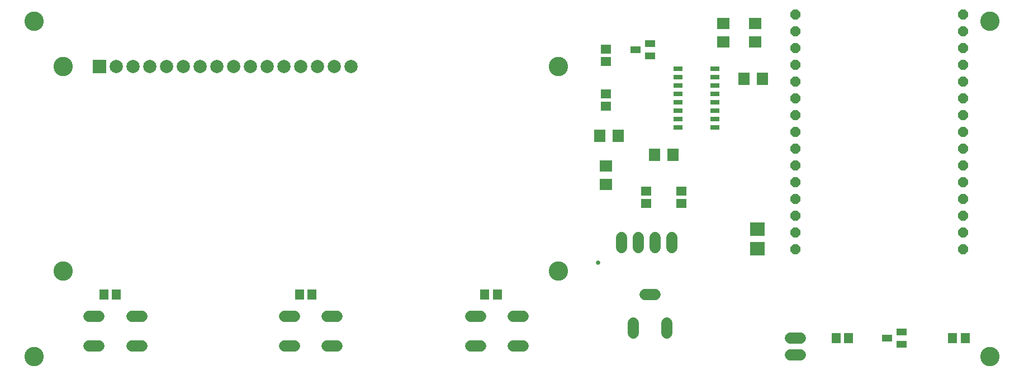
<source format=gbr>
G04 EAGLE Gerber RS-274X export*
G75*
%MOMM*%
%FSLAX34Y34*%
%LPD*%
%INSoldermask Top*%
%IPPOS*%
%AMOC8*
5,1,8,0,0,1.08239X$1,22.5*%
G01*
%ADD10C,2.927000*%
%ADD11R,2.327000X2.127000*%
%ADD12R,1.927000X1.727000*%
%ADD13R,1.727000X1.927000*%
%ADD14C,1.651000*%
%ADD15R,2.006600X2.006600*%
%ADD16C,2.006600*%
%ADD17R,1.527000X1.127000*%
%ADD18R,1.427000X1.627000*%
%ADD19R,1.627000X1.427000*%
%ADD20P,1.677055X8X22.500000*%
%ADD21R,1.327000X0.727000*%
%ADD22C,0.652000*%


D10*
X25400Y533400D03*
X25400Y25400D03*
X1473200Y25400D03*
X1473200Y533400D03*
D11*
X1121410Y188200D03*
X1121410Y218200D03*
D12*
X1069340Y529620D03*
X1069340Y501620D03*
D13*
X993170Y330454D03*
X965170Y330454D03*
D12*
X891540Y313720D03*
X891540Y285720D03*
D13*
X882620Y359410D03*
X910620Y359410D03*
D12*
X1117600Y529620D03*
X1117600Y501620D03*
D13*
X1129060Y445770D03*
X1101060Y445770D03*
D14*
X1170940Y53340D02*
X1186180Y53340D01*
X1186180Y27940D02*
X1170940Y27940D01*
D15*
X124500Y464880D03*
D16*
X149900Y464880D03*
X175300Y464880D03*
X200700Y464880D03*
X226100Y464880D03*
X251500Y464880D03*
X276900Y464880D03*
X302300Y464880D03*
X327700Y464880D03*
X353100Y464880D03*
X378500Y464880D03*
X403900Y464880D03*
X429300Y464880D03*
X454700Y464880D03*
X480100Y464880D03*
X505500Y464880D03*
D10*
X69500Y464880D03*
X69500Y154880D03*
X819500Y464880D03*
X819500Y154880D03*
D17*
X958420Y480720D03*
X936420Y490220D03*
X958420Y499720D03*
X1339420Y43840D03*
X1339420Y62840D03*
X1317420Y53340D03*
D18*
X130962Y119380D03*
X149962Y119380D03*
X1435710Y53340D03*
X1416710Y53340D03*
D19*
X952500Y257200D03*
X952500Y276200D03*
X1005840Y257200D03*
X1005840Y276200D03*
X891540Y423520D03*
X891540Y404520D03*
X891540Y471830D03*
X891540Y490830D03*
D18*
X1259180Y53340D03*
X1240180Y53340D03*
X708050Y119380D03*
X727050Y119380D03*
X427380Y119380D03*
X446380Y119380D03*
D14*
X991870Y190500D02*
X991870Y205740D01*
X966470Y205740D02*
X966470Y190500D01*
X941070Y190500D02*
X941070Y205740D01*
X915670Y205740D02*
X915670Y190500D01*
D20*
X1432560Y187960D03*
X1432560Y264160D03*
X1432560Y289560D03*
X1432560Y365760D03*
X1178560Y264160D03*
X1178560Y238760D03*
X1178560Y289560D03*
X1432560Y238760D03*
X1432560Y391160D03*
X1432560Y416560D03*
X1432560Y441960D03*
X1432560Y518160D03*
X1432560Y543560D03*
X1178560Y365760D03*
X1178560Y340360D03*
X1178560Y314960D03*
X1178560Y416560D03*
X1178560Y391160D03*
X1178560Y467360D03*
X1178560Y441960D03*
X1178560Y543560D03*
X1178560Y213360D03*
X1432560Y213360D03*
X1432560Y467360D03*
X1432560Y314960D03*
X1432560Y492760D03*
X1432560Y340360D03*
X1178560Y187960D03*
X1178560Y492760D03*
X1178560Y518160D03*
D21*
X1000700Y461010D03*
X1000700Y448310D03*
X1000700Y435610D03*
X1000700Y422910D03*
X1000700Y410210D03*
X1000700Y397510D03*
X1000700Y384810D03*
X1000700Y372110D03*
X1056700Y372110D03*
X1056700Y384810D03*
X1056700Y397510D03*
X1056700Y410210D03*
X1056700Y422910D03*
X1056700Y435610D03*
X1056700Y448310D03*
X1056700Y461010D03*
D14*
X484632Y40894D02*
X469392Y40894D01*
X419608Y40894D02*
X404368Y40894D01*
X469392Y86106D02*
X484632Y86106D01*
X419608Y86106D02*
X404368Y86106D01*
X188722Y40894D02*
X173482Y40894D01*
X123698Y40894D02*
X108458Y40894D01*
X173482Y86106D02*
X188722Y86106D01*
X123698Y86106D02*
X108458Y86106D01*
X751332Y40894D02*
X766572Y40894D01*
X701548Y40894D02*
X686308Y40894D01*
X751332Y86106D02*
X766572Y86106D01*
X701548Y86106D02*
X686308Y86106D01*
X933450Y76200D02*
X933450Y60960D01*
X984250Y60960D02*
X984250Y76200D01*
X966470Y119380D02*
X951230Y119380D01*
D22*
X880110Y167640D03*
M02*

</source>
